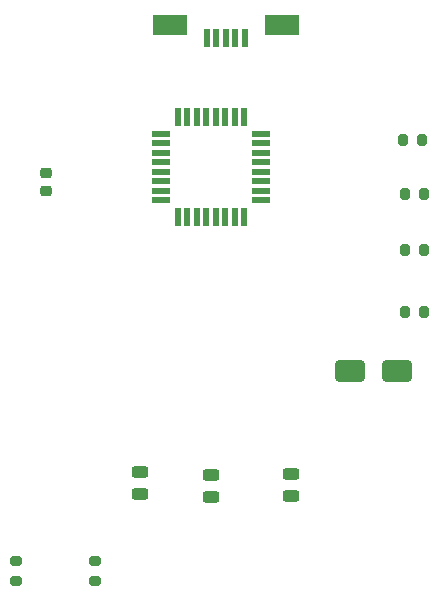
<source format=gbr>
%TF.GenerationSoftware,KiCad,Pcbnew,9.0.0*%
%TF.CreationDate,2025-04-07T20:23:24+05:30*%
%TF.ProjectId,arduino nano clone,61726475-696e-46f2-906e-616e6f20636c,rev?*%
%TF.SameCoordinates,Original*%
%TF.FileFunction,Paste,Bot*%
%TF.FilePolarity,Positive*%
%FSLAX46Y46*%
G04 Gerber Fmt 4.6, Leading zero omitted, Abs format (unit mm)*
G04 Created by KiCad (PCBNEW 9.0.0) date 2025-04-07 20:23:24*
%MOMM*%
%LPD*%
G01*
G04 APERTURE LIST*
G04 Aperture macros list*
%AMRoundRect*
0 Rectangle with rounded corners*
0 $1 Rounding radius*
0 $2 $3 $4 $5 $6 $7 $8 $9 X,Y pos of 4 corners*
0 Add a 4 corners polygon primitive as box body*
4,1,4,$2,$3,$4,$5,$6,$7,$8,$9,$2,$3,0*
0 Add four circle primitives for the rounded corners*
1,1,$1+$1,$2,$3*
1,1,$1+$1,$4,$5*
1,1,$1+$1,$6,$7*
1,1,$1+$1,$8,$9*
0 Add four rect primitives between the rounded corners*
20,1,$1+$1,$2,$3,$4,$5,0*
20,1,$1+$1,$4,$5,$6,$7,0*
20,1,$1+$1,$6,$7,$8,$9,0*
20,1,$1+$1,$8,$9,$2,$3,0*%
G04 Aperture macros list end*
%ADD10R,0.500000X1.500000*%
%ADD11R,3.000000X1.800000*%
%ADD12RoundRect,0.200000X0.275000X-0.200000X0.275000X0.200000X-0.275000X0.200000X-0.275000X-0.200000X0*%
%ADD13RoundRect,0.200000X0.200000X0.275000X-0.200000X0.275000X-0.200000X-0.275000X0.200000X-0.275000X0*%
%ADD14RoundRect,0.243750X0.456250X-0.243750X0.456250X0.243750X-0.456250X0.243750X-0.456250X-0.243750X0*%
%ADD15RoundRect,0.225000X0.250000X-0.225000X0.250000X0.225000X-0.250000X0.225000X-0.250000X-0.225000X0*%
%ADD16R,1.600000X0.550000*%
%ADD17R,0.550000X1.600000*%
%ADD18RoundRect,0.250000X1.000000X0.650000X-1.000000X0.650000X-1.000000X-0.650000X1.000000X-0.650000X0*%
G04 APERTURE END LIST*
D10*
%TO.C,J1*%
X156227380Y-63350000D03*
X155427380Y-63350000D03*
X154627380Y-63350000D03*
X153827380Y-63350000D03*
X153027380Y-63350000D03*
D11*
X149877380Y-62200000D03*
X159377380Y-62200000D03*
%TD*%
D12*
%TO.C,R2*%
X136877380Y-109305000D03*
X136877380Y-107655000D03*
%TD*%
D13*
%TO.C,R5*%
X171452380Y-81250000D03*
X169802380Y-81250000D03*
%TD*%
D14*
%TO.C,D3*%
X153377380Y-102187500D03*
X153377380Y-100312500D03*
%TD*%
D12*
%TO.C,R1*%
X143532380Y-109305000D03*
X143532380Y-107655000D03*
%TD*%
D13*
%TO.C,R3*%
X171277380Y-72000000D03*
X169627380Y-72000000D03*
%TD*%
D15*
%TO.C,16MHz1*%
X139377380Y-76300000D03*
X139377380Y-74750000D03*
%TD*%
D16*
%TO.C,U1*%
X157627380Y-71450000D03*
X157627380Y-72250000D03*
X157627380Y-73050000D03*
X157627380Y-73850000D03*
X157627380Y-74650000D03*
X157627380Y-75450000D03*
X157627380Y-76250000D03*
X157627380Y-77050000D03*
D17*
X156177380Y-78500000D03*
X155377380Y-78500000D03*
X154577380Y-78500000D03*
X153777380Y-78500000D03*
X152977380Y-78500000D03*
X152177380Y-78500000D03*
X151377380Y-78500000D03*
X150577380Y-78500000D03*
D16*
X149127380Y-77050000D03*
X149127380Y-76250000D03*
X149127380Y-75450000D03*
X149127380Y-74650000D03*
X149127380Y-73850000D03*
X149127380Y-73050000D03*
X149127380Y-72250000D03*
X149127380Y-71450000D03*
D17*
X150577380Y-70000000D03*
X151377380Y-70000000D03*
X152177380Y-70000000D03*
X152977380Y-70000000D03*
X153777380Y-70000000D03*
X154577380Y-70000000D03*
X155377380Y-70000000D03*
X156177380Y-70000000D03*
%TD*%
D14*
%TO.C,D2*%
X160127380Y-102125000D03*
X160127380Y-100250000D03*
%TD*%
D13*
%TO.C,R4*%
X171452380Y-76510000D03*
X169802380Y-76510000D03*
%TD*%
%TO.C,R6*%
X171452380Y-86500000D03*
X169802380Y-86500000D03*
%TD*%
D18*
%TO.C,D1*%
X169127380Y-91500000D03*
X165127380Y-91500000D03*
%TD*%
D14*
%TO.C,D4*%
X147377380Y-101937500D03*
X147377380Y-100062500D03*
%TD*%
M02*

</source>
